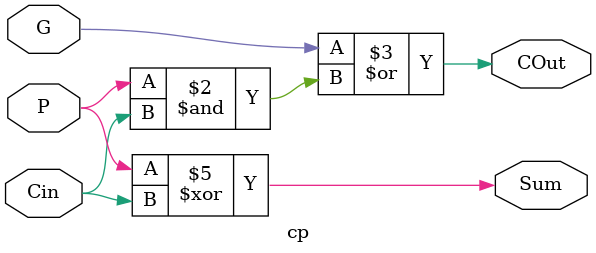
<source format=v>
`timescale 1ns / 1ps
module cp(
	input wire P,
	input wire G,
	input wire Cin,
	output reg COut,
	output reg Sum
    );
	 
	always@*
		COut = G | (P & Cin);
	
	always@*
		Sum = P ^ Cin;

endmodule

</source>
